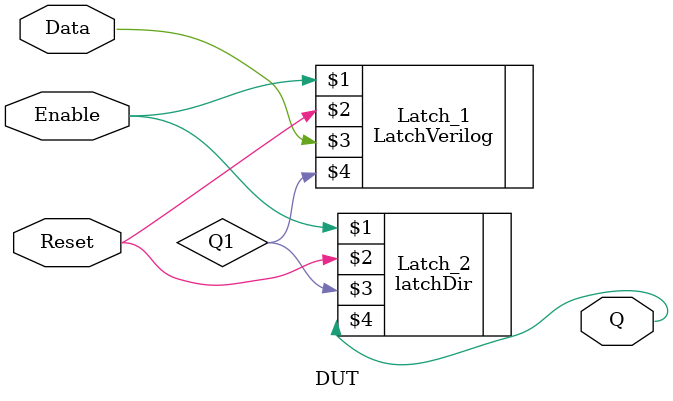
<source format=v>
`timescale 1ns / 1ps

module DUT
    (
        input Enable,
        input Reset,
        input Data,
        output Q
    );

     wire Q1;
     LatchVerilog Latch_1 (Enable,Reset, Data, Q1);
     latchDir Latch_2(Enable,Reset,Q1, Q);
     
     endmodule
</source>
